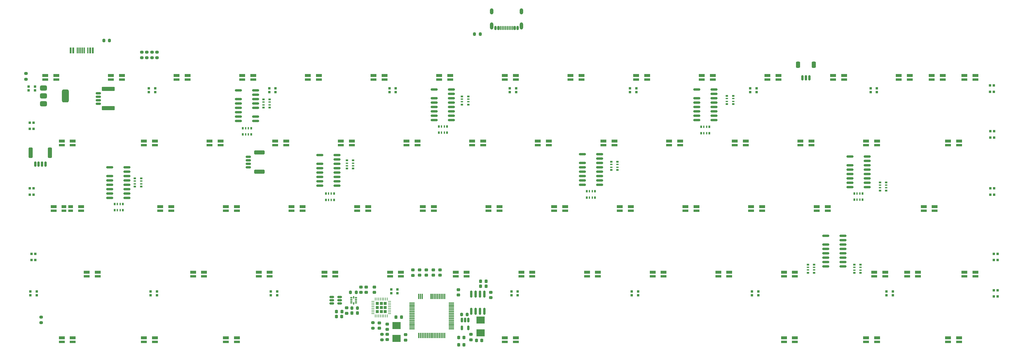
<source format=gbr>
%TF.GenerationSoftware,KiCad,Pcbnew,8.99.0-2230-g1cc11bc589*%
%TF.CreationDate,2024-09-07T17:33:40+07:00*%
%TF.ProjectId,Azimuth_PCB,417a696d-7574-4685-9f50-43422e6b6963,rev?*%
%TF.SameCoordinates,Original*%
%TF.FileFunction,Paste,Bot*%
%TF.FilePolarity,Positive*%
%FSLAX46Y46*%
G04 Gerber Fmt 4.6, Leading zero omitted, Abs format (unit mm)*
G04 Created by KiCad (PCBNEW 8.99.0-2230-g1cc11bc589) date 2024-09-07 17:33:40*
%MOMM*%
%LPD*%
G01*
G04 APERTURE LIST*
G04 Aperture macros list*
%AMRoundRect*
0 Rectangle with rounded corners*
0 $1 Rounding radius*
0 $2 $3 $4 $5 $6 $7 $8 $9 X,Y pos of 4 corners*
0 Add a 4 corners polygon primitive as box body*
4,1,4,$2,$3,$4,$5,$6,$7,$8,$9,$2,$3,0*
0 Add four circle primitives for the rounded corners*
1,1,$1+$1,$2,$3*
1,1,$1+$1,$4,$5*
1,1,$1+$1,$6,$7*
1,1,$1+$1,$8,$9*
0 Add four rect primitives between the rounded corners*
20,1,$1+$1,$2,$3,$4,$5,0*
20,1,$1+$1,$4,$5,$6,$7,0*
20,1,$1+$1,$6,$7,$8,$9,0*
20,1,$1+$1,$8,$9,$2,$3,0*%
G04 Aperture macros list end*
%ADD10R,1.800000X0.836000*%
%ADD11R,1.800000X0.764000*%
%ADD12R,1.400000X0.836000*%
%ADD13R,1.400000X0.764000*%
%ADD14RoundRect,0.150000X-0.850000X-0.150000X0.850000X-0.150000X0.850000X0.150000X-0.850000X0.150000X0*%
%ADD15RoundRect,0.200000X0.275000X-0.200000X0.275000X0.200000X-0.275000X0.200000X-0.275000X-0.200000X0*%
%ADD16RoundRect,0.200000X-0.200000X-0.275000X0.200000X-0.275000X0.200000X0.275000X-0.200000X0.275000X0*%
%ADD17RoundRect,0.250000X-0.350000X-0.650000X0.350000X-0.650000X0.350000X0.650000X-0.350000X0.650000X0*%
%ADD18RoundRect,0.150000X-0.150000X-0.625000X0.150000X-0.625000X0.150000X0.625000X-0.150000X0.625000X0*%
%ADD19RoundRect,0.150000X0.512500X0.150000X-0.512500X0.150000X-0.512500X-0.150000X0.512500X-0.150000X0*%
%ADD20RoundRect,0.200000X0.200000X0.275000X-0.200000X0.275000X-0.200000X-0.275000X0.200000X-0.275000X0*%
%ADD21RoundRect,0.225000X0.250000X-0.225000X0.250000X0.225000X-0.250000X0.225000X-0.250000X-0.225000X0*%
%ADD22R,0.700000X0.700000*%
%ADD23RoundRect,0.225000X-0.250000X0.225000X-0.250000X-0.225000X0.250000X-0.225000X0.250000X0.225000X0*%
%ADD24R,0.500000X0.800000*%
%ADD25R,0.400000X0.800000*%
%ADD26RoundRect,0.225000X0.225000X0.250000X-0.225000X0.250000X-0.225000X-0.250000X0.225000X-0.250000X0*%
%ADD27R,0.800000X0.500000*%
%ADD28R,0.800000X0.400000*%
%ADD29RoundRect,0.150000X-0.150000X-0.425000X0.150000X-0.425000X0.150000X0.425000X-0.150000X0.425000X0*%
%ADD30RoundRect,0.075000X-0.075000X-0.500000X0.075000X-0.500000X0.075000X0.500000X-0.075000X0.500000X0*%
%ADD31O,1.000000X1.800000*%
%ADD32O,1.000000X2.100000*%
%ADD33RoundRect,0.007500X0.267500X0.117500X-0.267500X0.117500X-0.267500X-0.117500X0.267500X-0.117500X0*%
%ADD34RoundRect,0.006000X0.269000X0.094000X-0.269000X0.094000X-0.269000X-0.094000X0.269000X-0.094000X0*%
%ADD35RoundRect,0.012000X0.138000X-0.288000X0.138000X0.288000X-0.138000X0.288000X-0.138000X-0.288000X0*%
%ADD36RoundRect,0.232500X-0.232500X-0.232500X0.232500X-0.232500X0.232500X0.232500X-0.232500X0.232500X0*%
%ADD37RoundRect,0.062500X-0.375000X-0.062500X0.375000X-0.062500X0.375000X0.062500X-0.375000X0.062500X0*%
%ADD38RoundRect,0.062500X-0.062500X-0.375000X0.062500X-0.375000X0.062500X0.375000X-0.062500X0.375000X0*%
%ADD39R,2.400000X2.000000*%
%ADD40RoundRect,0.375000X-0.625000X-0.375000X0.625000X-0.375000X0.625000X0.375000X-0.625000X0.375000X0*%
%ADD41RoundRect,0.500000X-0.500000X-1.400000X0.500000X-1.400000X0.500000X1.400000X-0.500000X1.400000X0*%
%ADD42R,0.600000X1.760000*%
%ADD43R,0.300000X1.760000*%
%ADD44R,0.600000X1.450000*%
%ADD45RoundRect,0.150000X0.150000X-0.825000X0.150000X0.825000X-0.150000X0.825000X-0.150000X-0.825000X0*%
%ADD46RoundRect,0.200000X-0.275000X0.200000X-0.275000X-0.200000X0.275000X-0.200000X0.275000X0.200000X0*%
%ADD47RoundRect,0.250000X-0.350000X-1.250000X0.350000X-1.250000X0.350000X1.250000X-0.350000X1.250000X0*%
%ADD48RoundRect,0.225000X-0.225000X-0.250000X0.225000X-0.250000X0.225000X0.250000X-0.225000X0.250000X0*%
%ADD49RoundRect,0.150000X-0.625000X0.150000X-0.625000X-0.150000X0.625000X-0.150000X0.625000X0.150000X0*%
%ADD50RoundRect,0.250000X-1.637500X0.350000X-1.637500X-0.350000X1.637500X-0.350000X1.637500X0.350000X0*%
%ADD51RoundRect,0.150000X-0.150000X0.512500X-0.150000X-0.512500X0.150000X-0.512500X0.150000X0.512500X0*%
%ADD52RoundRect,0.250000X-1.250000X0.350000X-1.250000X-0.350000X1.250000X-0.350000X1.250000X0.350000X0*%
%ADD53RoundRect,0.075000X0.075000X-0.700000X0.075000X0.700000X-0.075000X0.700000X-0.075000X-0.700000X0*%
%ADD54RoundRect,0.075000X0.700000X-0.075000X0.700000X0.075000X-0.700000X0.075000X-0.700000X-0.075000X0*%
G04 APERTURE END LIST*
D10*
%TO.C,SW13*%
X463532500Y-338218000D03*
X460332500Y-338218000D03*
D11*
X463532500Y-339418000D03*
X460332500Y-339418000D03*
%TD*%
D10*
%TO.C,SW5*%
X311132500Y-338218000D03*
X307932500Y-338218000D03*
D11*
X311132500Y-339418000D03*
X307932500Y-339418000D03*
%TD*%
D10*
%TO.C,SW32*%
X306370000Y-376318000D03*
X303170000Y-376318000D03*
D11*
X306370000Y-377518000D03*
X303170000Y-377518000D03*
%TD*%
D10*
%TO.C,SW16*%
X263507500Y-357268000D03*
X260307500Y-357268000D03*
D11*
X263507500Y-358468000D03*
X260307500Y-358468000D03*
%TD*%
D10*
%TO.C,SW37*%
X401620000Y-376318000D03*
X398420000Y-376318000D03*
D11*
X401620000Y-377518000D03*
X398420000Y-377518000D03*
%TD*%
D10*
%TO.C,SW49*%
X373045000Y-395368000D03*
X369845000Y-395368000D03*
D11*
X373045000Y-396568000D03*
X369845000Y-396568000D03*
%TD*%
D10*
%TO.C,SW62*%
X496870500Y-414418000D03*
X493670500Y-414418000D03*
D11*
X496870500Y-415618000D03*
X493670500Y-415618000D03*
%TD*%
D10*
%TO.C,SW38*%
X420670000Y-376318000D03*
X417470000Y-376318000D03*
D11*
X420670000Y-377518000D03*
X417470000Y-377518000D03*
%TD*%
D10*
%TO.C,SW15*%
X239695500Y-357268000D03*
X236495500Y-357268000D03*
D11*
X239695500Y-358468000D03*
X236495500Y-358468000D03*
%TD*%
D10*
%TO.C,SW60*%
X449245500Y-414418000D03*
X446045500Y-414418000D03*
D11*
X449245500Y-415618000D03*
X446045500Y-415618000D03*
%TD*%
D10*
%TO.C,SW47*%
X334945000Y-395368000D03*
X331745000Y-395368000D03*
D11*
X334945000Y-396568000D03*
X331745000Y-396568000D03*
%TD*%
D10*
%TO.C,SW54*%
X475439000Y-395368000D03*
X472239000Y-395368000D03*
D11*
X475439000Y-396568000D03*
X472239000Y-396568000D03*
%TD*%
D10*
%TO.C,SW29*%
X242076500Y-376318000D03*
D12*
X239076500Y-376318000D03*
D11*
X242076500Y-377518000D03*
D13*
X239076500Y-377518000D03*
%TD*%
D10*
%TO.C,SW40*%
X458770000Y-376318000D03*
X455570000Y-376318000D03*
D11*
X458770000Y-377518000D03*
X455570000Y-377518000D03*
%TD*%
D10*
%TO.C,SW25*%
X434957500Y-357268000D03*
X431757500Y-357268000D03*
D11*
X434957500Y-358468000D03*
X431757500Y-358468000D03*
%TD*%
D10*
%TO.C,SW20*%
X339707500Y-357268000D03*
X336507500Y-357268000D03*
D11*
X339707500Y-358468000D03*
X336507500Y-358468000D03*
%TD*%
D10*
%TO.C,SW53*%
X449245000Y-395368000D03*
X446045000Y-395368000D03*
D11*
X449245000Y-396568000D03*
X446045000Y-396568000D03*
%TD*%
D10*
%TO.C,SW2*%
X253982500Y-338218000D03*
X250782500Y-338218000D03*
D11*
X253982500Y-339418000D03*
X250782500Y-339418000D03*
%TD*%
D10*
%TO.C,SW36*%
X382570000Y-376318000D03*
X379370000Y-376318000D03*
D11*
X382570000Y-377518000D03*
X379370000Y-377518000D03*
%TD*%
D10*
%TO.C,SW9*%
X387332500Y-338218000D03*
X384132500Y-338218000D03*
D11*
X387332500Y-339418000D03*
X384132500Y-339418000D03*
%TD*%
D10*
%TO.C,SW6*%
X330182500Y-338218000D03*
X326982500Y-338218000D03*
D11*
X330182500Y-339418000D03*
X326982500Y-339418000D03*
%TD*%
D10*
%TO.C,SW17*%
X282557500Y-357268000D03*
X279357500Y-357268000D03*
D11*
X282557500Y-358468000D03*
X279357500Y-358468000D03*
%TD*%
D10*
%TO.C,SW28*%
X496870500Y-357268000D03*
X493670500Y-357268000D03*
D11*
X496870500Y-358468000D03*
X493670500Y-358468000D03*
%TD*%
D10*
%TO.C,SW2001*%
X484964000Y-395368000D03*
X481764000Y-395368000D03*
D11*
X484964000Y-396568000D03*
X481764000Y-396568000D03*
%TD*%
D10*
%TO.C,SW39*%
X439720000Y-376318000D03*
X436520000Y-376318000D03*
D11*
X439720000Y-377518000D03*
X436520000Y-377518000D03*
%TD*%
D10*
%TO.C,SW23*%
X396857500Y-357268000D03*
X393657500Y-357268000D03*
D11*
X396857500Y-358468000D03*
X393657500Y-358468000D03*
%TD*%
D10*
%TO.C,SW59*%
X368282500Y-414413000D03*
X365082500Y-414413000D03*
D11*
X368282500Y-415613000D03*
X365082500Y-415613000D03*
%TD*%
D10*
%TO.C,SW58*%
X287320500Y-414418000D03*
X284120500Y-414418000D03*
D11*
X287320500Y-415618000D03*
X284120500Y-415618000D03*
%TD*%
D10*
%TO.C,SW61*%
X473057500Y-414418000D03*
X469857500Y-414418000D03*
D11*
X473057500Y-415618000D03*
X469857500Y-415618000D03*
%TD*%
D10*
%TO.C,SW12*%
X444482500Y-338218000D03*
X441282500Y-338218000D03*
D11*
X444482500Y-339418000D03*
X441282500Y-339418000D03*
%TD*%
D10*
%TO.C,SW34*%
X344470000Y-376318000D03*
X341270000Y-376318000D03*
D11*
X344470000Y-377518000D03*
X341270000Y-377518000D03*
%TD*%
D10*
%TO.C,SW21*%
X358757500Y-357268000D03*
X355557500Y-357268000D03*
D11*
X358757500Y-358468000D03*
X355557500Y-358468000D03*
%TD*%
D10*
%TO.C,SW2000*%
X492107500Y-338218000D03*
X488907500Y-338218000D03*
D11*
X492107500Y-339418000D03*
X488907500Y-339418000D03*
%TD*%
D10*
%TO.C,SW18*%
X301607500Y-357268000D03*
X298407500Y-357268000D03*
D11*
X301607500Y-358468000D03*
X298407500Y-358468000D03*
%TD*%
D10*
%TO.C,SW27*%
X473057500Y-357268000D03*
X469857500Y-357268000D03*
D11*
X473057500Y-358468000D03*
X469857500Y-358468000D03*
%TD*%
D10*
%TO.C,SW10*%
X406382500Y-338218000D03*
X403182500Y-338218000D03*
D11*
X406382500Y-339418000D03*
X403182500Y-339418000D03*
%TD*%
D10*
%TO.C,SW51*%
X411145000Y-395368000D03*
X407945000Y-395368000D03*
D11*
X411145000Y-396568000D03*
X407945000Y-396568000D03*
%TD*%
D12*
%TO.C,SW2002*%
X237113500Y-376318000D03*
D10*
X234113500Y-376318000D03*
D13*
X237113500Y-377518000D03*
D11*
X234113500Y-377518000D03*
%TD*%
D10*
%TO.C,SW19*%
X320657500Y-357268000D03*
X317457500Y-357268000D03*
D11*
X320657500Y-358468000D03*
X317457500Y-358468000D03*
%TD*%
D10*
%TO.C,SW48*%
X353995000Y-395368000D03*
X350795000Y-395368000D03*
D11*
X353995000Y-396568000D03*
X350795000Y-396568000D03*
%TD*%
D10*
%TO.C,SW35*%
X363520000Y-376318000D03*
X360320000Y-376318000D03*
D11*
X363520000Y-377518000D03*
X360320000Y-377518000D03*
%TD*%
D10*
%TO.C,SW22*%
X377807500Y-357268000D03*
X374607500Y-357268000D03*
D11*
X377807500Y-358468000D03*
X374607500Y-358468000D03*
%TD*%
D10*
%TO.C,SW41*%
X489800600Y-376318000D03*
X486600600Y-376318000D03*
D11*
X489800600Y-377518000D03*
X486600600Y-377518000D03*
%TD*%
D10*
%TO.C,SW14*%
X482582500Y-338218000D03*
X479382500Y-338218000D03*
D11*
X482582500Y-339418000D03*
X479382500Y-339418000D03*
%TD*%
D10*
%TO.C,SW52*%
X430195000Y-395368000D03*
X426995000Y-395368000D03*
D11*
X430195000Y-396568000D03*
X426995000Y-396568000D03*
%TD*%
D10*
%TO.C,SW44*%
X277795000Y-395368000D03*
X274595000Y-395368000D03*
D11*
X277795000Y-396568000D03*
X274595000Y-396568000D03*
%TD*%
D10*
%TO.C,SW31*%
X287320000Y-376318000D03*
X284120000Y-376318000D03*
D11*
X287320000Y-377518000D03*
X284120000Y-377518000D03*
%TD*%
D10*
%TO.C,SW24*%
X415907500Y-357268000D03*
X412707500Y-357268000D03*
D11*
X415907500Y-358468000D03*
X412707500Y-358468000D03*
%TD*%
D10*
%TO.C,SW50*%
X392095000Y-395368000D03*
X388895000Y-395368000D03*
D11*
X392095000Y-396568000D03*
X388895000Y-396568000D03*
%TD*%
D10*
%TO.C,SW43*%
X246913100Y-395368000D03*
X243713100Y-395368000D03*
D11*
X246913100Y-396568000D03*
X243713100Y-396568000D03*
%TD*%
D10*
%TO.C,SW42*%
X501632500Y-338218000D03*
X498432500Y-338218000D03*
D11*
X501632500Y-339418000D03*
X498432500Y-339418000D03*
%TD*%
D10*
%TO.C,SW33*%
X325420000Y-376318000D03*
X322220000Y-376318000D03*
D11*
X325420000Y-377518000D03*
X322220000Y-377518000D03*
%TD*%
D10*
%TO.C,SW56*%
X239695500Y-414418000D03*
X236495500Y-414418000D03*
D11*
X239695500Y-415618000D03*
X236495500Y-415618000D03*
%TD*%
D10*
%TO.C,SW11*%
X425432500Y-338218000D03*
X422232500Y-338218000D03*
D11*
X425432500Y-339418000D03*
X422232500Y-339418000D03*
%TD*%
D10*
%TO.C,SW8*%
X368282500Y-338218000D03*
X365082500Y-338218000D03*
D11*
X368282500Y-339418000D03*
X365082500Y-339418000D03*
%TD*%
D10*
%TO.C,SW26*%
X454007500Y-357268000D03*
X450807500Y-357268000D03*
D11*
X454007500Y-358468000D03*
X450807500Y-358468000D03*
%TD*%
D10*
%TO.C,SW4*%
X292082500Y-338218000D03*
X288882500Y-338218000D03*
D11*
X292082500Y-339418000D03*
X288882500Y-339418000D03*
%TD*%
D10*
%TO.C,SW3*%
X273032500Y-338218000D03*
X269832500Y-338218000D03*
D11*
X273032500Y-339418000D03*
X269832500Y-339418000D03*
%TD*%
D10*
%TO.C,SW57*%
X263507500Y-414418000D03*
X260307500Y-414418000D03*
D11*
X263507500Y-415618000D03*
X260307500Y-415618000D03*
%TD*%
D10*
%TO.C,SW30*%
X268270000Y-376318000D03*
X265070000Y-376318000D03*
D11*
X268270000Y-377518000D03*
X265070000Y-377518000D03*
%TD*%
D10*
%TO.C,SW45*%
X296845000Y-395368000D03*
X293645000Y-395368000D03*
D11*
X296845000Y-396568000D03*
X293645000Y-396568000D03*
%TD*%
D10*
%TO.C,SW55*%
X501632500Y-395368000D03*
X498432500Y-395368000D03*
D11*
X501632500Y-396568000D03*
X498432500Y-396568000D03*
%TD*%
D10*
%TO.C,SW7*%
X349232500Y-338218000D03*
X346032500Y-338218000D03*
D11*
X349232500Y-339418000D03*
X346032500Y-339418000D03*
%TD*%
D10*
%TO.C,SW46*%
X315895000Y-395368000D03*
X312695000Y-395368000D03*
D11*
X315895000Y-396568000D03*
X312695000Y-396568000D03*
%TD*%
D10*
%TO.C,SW1*%
X234932500Y-338218000D03*
X231732500Y-338218000D03*
D11*
X234932500Y-339418000D03*
X231732500Y-339418000D03*
%TD*%
D14*
%TO.C,U9*%
X287730000Y-351445000D03*
X287730000Y-350175000D03*
X287730000Y-348905000D03*
X287730000Y-347635000D03*
X287730000Y-346365000D03*
X287730000Y-345095000D03*
X287730000Y-342555000D03*
X292730000Y-342555000D03*
X292730000Y-343825000D03*
X292730000Y-345095000D03*
X292730000Y-346365000D03*
X292730000Y-347635000D03*
X292730000Y-350175000D03*
X292730000Y-351445000D03*
%TD*%
D15*
%TO.C,R16*%
X264110000Y-333070000D03*
X264110000Y-331420000D03*
%TD*%
D16*
%TO.C,R20*%
X248705000Y-328020000D03*
X250355000Y-328020000D03*
%TD*%
D17*
%TO.C,J3*%
X450150000Y-335035000D03*
D18*
X451450000Y-338910000D03*
D17*
X454750000Y-335035000D03*
D18*
X452450000Y-338910000D03*
X453450000Y-338910000D03*
%TD*%
D19*
%TO.C,U6*%
X317137500Y-402550000D03*
X317137500Y-403500000D03*
X317137500Y-404450000D03*
X314862500Y-404450000D03*
X314862500Y-403500000D03*
X314862500Y-402550000D03*
%TD*%
D20*
%TO.C,R2*%
X354150000Y-407600000D03*
X352500000Y-407600000D03*
%TD*%
D21*
%TO.C,C9*%
X346240000Y-396235000D03*
X346240000Y-394685000D03*
%TD*%
D22*
%TO.C,Drgb7*%
X473015000Y-341950000D03*
X473015000Y-343050000D03*
X471185000Y-343050000D03*
X471185000Y-341950000D03*
%TD*%
D15*
%TO.C,R17*%
X262650000Y-333070000D03*
X262650000Y-331420000D03*
%TD*%
D21*
%TO.C,C14*%
X342300000Y-396240000D03*
X342300000Y-394690000D03*
%TD*%
D20*
%TO.C,R3*%
X357910000Y-326220000D03*
X356260000Y-326220000D03*
%TD*%
D23*
%TO.C,C24*%
X328600000Y-410050000D03*
X328600000Y-411600000D03*
%TD*%
D22*
%TO.C,Drgb9*%
X507050000Y-356215000D03*
X505950000Y-356215000D03*
X505950000Y-354385000D03*
X507050000Y-354385000D03*
%TD*%
D23*
%TO.C,C1*%
X351550000Y-400440000D03*
X351550000Y-401990000D03*
%TD*%
D14*
%TO.C,U12*%
X387540000Y-369960000D03*
X387540000Y-368690000D03*
X387540000Y-367420000D03*
X387540000Y-366150000D03*
X387540000Y-364880000D03*
X387540000Y-363610000D03*
X387540000Y-361070000D03*
X392540000Y-361070000D03*
X392540000Y-362340000D03*
X392540000Y-363610000D03*
X392540000Y-364880000D03*
X392540000Y-366150000D03*
X392540000Y-367420000D03*
X392540000Y-368690000D03*
X392540000Y-369960000D03*
%TD*%
D24*
%TO.C,RN2*%
X254230000Y-377360000D03*
D25*
X253430000Y-377360000D03*
X252630000Y-377360000D03*
D24*
X251830000Y-377360000D03*
X251830000Y-375560000D03*
D25*
X252630000Y-375560000D03*
X253430000Y-375560000D03*
D24*
X254230000Y-375560000D03*
%TD*%
D16*
%TO.C,R5*%
X320675000Y-405750000D03*
X322325000Y-405750000D03*
%TD*%
D22*
%TO.C,Drgb20*%
X262285000Y-402050000D03*
X262285000Y-400950000D03*
X264115000Y-400950000D03*
X264115000Y-402050000D03*
%TD*%
D14*
%TO.C,U10*%
X311400000Y-370195000D03*
X311400000Y-368925000D03*
X311400000Y-367655000D03*
X311400000Y-366385000D03*
X311400000Y-365115000D03*
X311400000Y-363845000D03*
X311400000Y-361305000D03*
X316400000Y-361305000D03*
X316400000Y-362575000D03*
X316400000Y-363845000D03*
X316400000Y-365115000D03*
X316400000Y-366385000D03*
X316400000Y-367655000D03*
X316400000Y-368925000D03*
X316400000Y-370195000D03*
%TD*%
D15*
%TO.C,R19*%
X259720000Y-333070000D03*
X259720000Y-331420000D03*
%TD*%
D22*
%TO.C,Drgb2*%
X298515000Y-341950000D03*
X298515000Y-343050000D03*
X296685000Y-343050000D03*
X296685000Y-341950000D03*
%TD*%
D26*
%TO.C,C19*%
X322275000Y-407250000D03*
X320725000Y-407250000D03*
%TD*%
D22*
%TO.C,Drgb24*%
X227250000Y-351885000D03*
X228350000Y-351885000D03*
X228350000Y-353715000D03*
X227250000Y-353715000D03*
%TD*%
D27*
%TO.C,RN10*%
X397760000Y-363260000D03*
D28*
X397760000Y-364060000D03*
X397760000Y-364860000D03*
D27*
X397760000Y-365660000D03*
X395960000Y-365660000D03*
D28*
X395960000Y-364860000D03*
X395960000Y-364060000D03*
D27*
X395960000Y-363260000D03*
%TD*%
D26*
%TO.C,C4*%
X358350000Y-415200000D03*
X356800000Y-415200000D03*
%TD*%
D29*
%TO.C,J4*%
X362360000Y-324375000D03*
X363160000Y-324375000D03*
D30*
X364310000Y-324375000D03*
X365310000Y-324375000D03*
X365810000Y-324375000D03*
X366810000Y-324375000D03*
D29*
X367960000Y-324375000D03*
X368760000Y-324375000D03*
X368760000Y-324375000D03*
X367960000Y-324375000D03*
D30*
X367310000Y-324375000D03*
X366310000Y-324375000D03*
X364810000Y-324375000D03*
X363810000Y-324375000D03*
D29*
X363160000Y-324375000D03*
X362360000Y-324375000D03*
D31*
X361240000Y-319620000D03*
D32*
X361240000Y-323800000D03*
D31*
X369880000Y-319620000D03*
D32*
X369880000Y-323800000D03*
%TD*%
D21*
%TO.C,C3*%
X355200000Y-414975000D03*
X355200000Y-413425000D03*
%TD*%
%TO.C,C16*%
X361000000Y-402760000D03*
X361000000Y-401210000D03*
%TD*%
D33*
%TO.C,U5*%
X321850000Y-402750000D03*
D34*
X321850000Y-403250000D03*
X321850000Y-403750000D03*
D33*
X321850000Y-404250000D03*
D35*
X321175000Y-404400000D03*
D33*
X320500000Y-404250000D03*
D34*
X320500000Y-403750000D03*
X320500000Y-403250000D03*
D33*
X320500000Y-402750000D03*
D35*
X321175000Y-402600000D03*
%TD*%
D27*
%TO.C,RN7*%
X354430000Y-344260000D03*
D28*
X354430000Y-345060000D03*
X354430000Y-345860000D03*
D27*
X354430000Y-346660000D03*
X352630000Y-346660000D03*
D28*
X352630000Y-345860000D03*
X352630000Y-345060000D03*
D27*
X352630000Y-344260000D03*
%TD*%
D23*
%TO.C,C23*%
X336300000Y-413500000D03*
X336300000Y-415050000D03*
%TD*%
D21*
%TO.C,C20*%
X330900000Y-411950000D03*
X330900000Y-410400000D03*
%TD*%
D27*
%TO.C,RN1*%
X259530000Y-368090000D03*
D28*
X259530000Y-368890000D03*
X259530000Y-369690000D03*
D27*
X259530000Y-370490000D03*
X257730000Y-370490000D03*
D28*
X257730000Y-369690000D03*
X257730000Y-368890000D03*
D27*
X257730000Y-368090000D03*
%TD*%
D26*
%TO.C,C6*%
X353185000Y-416470000D03*
X351635000Y-416470000D03*
%TD*%
D36*
%TO.C,U7*%
X328050000Y-404450000D03*
X328050000Y-405600000D03*
X328050000Y-406750000D03*
X329200000Y-404450000D03*
X329200000Y-405600000D03*
X329200000Y-406750000D03*
X330350000Y-404450000D03*
X330350000Y-405600000D03*
X330350000Y-406750000D03*
D37*
X326762500Y-407350000D03*
X326762500Y-406850000D03*
X326762500Y-406350000D03*
X326762500Y-405850000D03*
X326762500Y-405350000D03*
X326762500Y-404850000D03*
X326762500Y-404350000D03*
X326762500Y-403850000D03*
D38*
X327450000Y-403162500D03*
X327950000Y-403162500D03*
X328450000Y-403162500D03*
X328950000Y-403162500D03*
X329450000Y-403162500D03*
X329950000Y-403162500D03*
X330450000Y-403162500D03*
X330950000Y-403162500D03*
D37*
X331637500Y-403850000D03*
X331637500Y-404350000D03*
X331637500Y-404850000D03*
X331637500Y-405350000D03*
X331637500Y-405850000D03*
X331637500Y-406350000D03*
X331637500Y-406850000D03*
X331637500Y-407350000D03*
D38*
X330950000Y-408037500D03*
X330450000Y-408037500D03*
X329950000Y-408037500D03*
X329450000Y-408037500D03*
X328950000Y-408037500D03*
X328450000Y-408037500D03*
X327950000Y-408037500D03*
X327450000Y-408037500D03*
%TD*%
D39*
%TO.C,Y3*%
X333600000Y-414550000D03*
X333600000Y-410850000D03*
%TD*%
D26*
%TO.C,C25*%
X359590000Y-397960000D03*
X358040000Y-397960000D03*
%TD*%
%TO.C,C11*%
X317760000Y-408240000D03*
X316210000Y-408240000D03*
%TD*%
D22*
%TO.C,Drgb22*%
X227750000Y-389985000D03*
X228850000Y-389985000D03*
X228850000Y-391815000D03*
X227750000Y-391815000D03*
%TD*%
%TO.C,Drgb8*%
X505830000Y-341095000D03*
X506930000Y-341095000D03*
X506930000Y-342925000D03*
X505830000Y-342925000D03*
%TD*%
%TO.C,Drgb16*%
X228715000Y-341450000D03*
X228715000Y-342550000D03*
X226885000Y-342550000D03*
X226885000Y-341450000D03*
%TD*%
D15*
%TO.C,R1*%
X230500000Y-410025000D03*
X230500000Y-408375000D03*
%TD*%
D22*
%TO.C,Drgb12*%
X508050000Y-402415000D03*
X506950000Y-402415000D03*
X506950000Y-400585000D03*
X508050000Y-400585000D03*
%TD*%
D27*
%TO.C,RN16*%
X468270000Y-393130000D03*
D28*
X468270000Y-393930000D03*
X468270000Y-394730000D03*
D27*
X468270000Y-395530000D03*
X466470000Y-395530000D03*
D28*
X466470000Y-394730000D03*
X466470000Y-393930000D03*
D27*
X466470000Y-393130000D03*
%TD*%
D22*
%TO.C,Drgb17*%
X366985000Y-402050000D03*
X366985000Y-400950000D03*
X368815000Y-400950000D03*
X368815000Y-402050000D03*
%TD*%
D14*
%TO.C,U13*%
X458150000Y-393655000D03*
X458150000Y-392385000D03*
X458150000Y-391115000D03*
X458150000Y-389845000D03*
X458150000Y-388575000D03*
X458150000Y-387305000D03*
X458150000Y-384765000D03*
X463150000Y-384765000D03*
X463150000Y-386035000D03*
X463150000Y-387305000D03*
X463150000Y-388575000D03*
X463150000Y-389845000D03*
X463150000Y-391115000D03*
X463150000Y-392385000D03*
X463150000Y-393655000D03*
%TD*%
D22*
%TO.C,Drgb10*%
X507050000Y-372815000D03*
X505950000Y-372815000D03*
X505950000Y-370985000D03*
X507050000Y-370985000D03*
%TD*%
D40*
%TO.C,U4*%
X231220000Y-346460000D03*
X231220000Y-344160000D03*
D41*
X237520000Y-344160000D03*
D40*
X231220000Y-341860000D03*
%TD*%
D14*
%TO.C,U14*%
X420750000Y-351150000D03*
X420750000Y-349880000D03*
X420750000Y-348610000D03*
X420750000Y-347340000D03*
X420750000Y-346070000D03*
X420750000Y-344800000D03*
X420750000Y-342260000D03*
X425750000Y-342260000D03*
X425750000Y-343530000D03*
X425750000Y-344800000D03*
X425750000Y-346070000D03*
X425750000Y-347340000D03*
X425750000Y-348610000D03*
X425750000Y-349880000D03*
X425750000Y-351150000D03*
%TD*%
D42*
%TO.C,J4*%
X239040000Y-330890000D03*
X239840000Y-330890000D03*
D43*
X241040000Y-330890000D03*
X242040000Y-330890000D03*
X242540000Y-330890000D03*
D44*
X244740000Y-330735000D03*
X245540000Y-330735000D03*
D42*
X245540000Y-330890000D03*
X244740000Y-330890000D03*
D43*
X244040000Y-330890000D03*
X243040000Y-330890000D03*
X241540000Y-330890000D03*
D44*
X239840000Y-330735000D03*
X239040000Y-330735000D03*
%TD*%
D24*
%TO.C,RN8*%
X348300000Y-354820000D03*
D25*
X347500000Y-354820000D03*
X346700000Y-354820000D03*
D24*
X345900000Y-354820000D03*
X345900000Y-353020000D03*
D25*
X346700000Y-353020000D03*
X347500000Y-353020000D03*
D24*
X348300000Y-353020000D03*
%TD*%
D21*
%TO.C,C18*%
X319200000Y-407275000D03*
X319200000Y-405725000D03*
%TD*%
D22*
%TO.C,Drgb21*%
X227385000Y-402050000D03*
X227385000Y-400950000D03*
X229215000Y-400950000D03*
X229215000Y-402050000D03*
%TD*%
%TO.C,Drgb15*%
X401885000Y-402050000D03*
X401885000Y-400950000D03*
X403715000Y-400950000D03*
X403715000Y-402050000D03*
%TD*%
D39*
%TO.C,Y1*%
X358025000Y-412950000D03*
X358025000Y-409250000D03*
%TD*%
D22*
%TO.C,Drgb18*%
X332085000Y-401450000D03*
X332085000Y-400350000D03*
X333915000Y-400350000D03*
X333915000Y-401450000D03*
%TD*%
D14*
%TO.C,U11*%
X344590000Y-351175000D03*
X344590000Y-349905000D03*
X344590000Y-348635000D03*
X344590000Y-347365000D03*
X344590000Y-346095000D03*
X344590000Y-344825000D03*
X344590000Y-342285000D03*
X349590000Y-342285000D03*
X349590000Y-343555000D03*
X349590000Y-344825000D03*
X349590000Y-346095000D03*
X349590000Y-347365000D03*
X349590000Y-348635000D03*
X349590000Y-349905000D03*
X349590000Y-351175000D03*
%TD*%
D22*
%TO.C,Drgb14*%
X436785000Y-402050000D03*
X436785000Y-400950000D03*
X438615000Y-400950000D03*
X438615000Y-402050000D03*
%TD*%
D14*
%TO.C,U15*%
X465200000Y-370615000D03*
X465200000Y-369345000D03*
X465200000Y-368075000D03*
X465200000Y-366805000D03*
X465200000Y-365535000D03*
X465200000Y-364265000D03*
X465200000Y-361725000D03*
X470200000Y-361725000D03*
X470200000Y-362995000D03*
X470200000Y-364265000D03*
X470200000Y-365535000D03*
X470200000Y-366805000D03*
X470200000Y-368075000D03*
X470200000Y-369345000D03*
X470200000Y-370615000D03*
%TD*%
D21*
%TO.C,C17*%
X340340000Y-396240000D03*
X340340000Y-394690000D03*
%TD*%
%TO.C,C13*%
X338380000Y-396245000D03*
X338380000Y-394695000D03*
%TD*%
D14*
%TO.C,U3*%
X250400000Y-373740000D03*
X250400000Y-372470000D03*
X250400000Y-371200000D03*
X250400000Y-369930000D03*
X250400000Y-368660000D03*
X250400000Y-367390000D03*
X250400000Y-364850000D03*
X255400000Y-364850000D03*
X255400000Y-366120000D03*
X255400000Y-367390000D03*
X255400000Y-368660000D03*
X255400000Y-369930000D03*
X255400000Y-371200000D03*
X255400000Y-372470000D03*
X255400000Y-373740000D03*
%TD*%
D22*
%TO.C,Drgb13*%
X475785000Y-402050000D03*
X475785000Y-400950000D03*
X477615000Y-400950000D03*
X477615000Y-402050000D03*
%TD*%
D27*
%TO.C,RN4*%
X296840000Y-345120000D03*
D28*
X296840000Y-345920000D03*
X296840000Y-346720000D03*
D27*
X296840000Y-347520000D03*
X295040000Y-347520000D03*
D28*
X295040000Y-346720000D03*
X295040000Y-345920000D03*
D27*
X295040000Y-345120000D03*
%TD*%
D21*
%TO.C,C10*%
X344270000Y-396240000D03*
X344270000Y-394690000D03*
%TD*%
D22*
%TO.C,Drgb19*%
X297185000Y-402050000D03*
X297185000Y-400950000D03*
X299015000Y-400950000D03*
X299015000Y-402050000D03*
%TD*%
D24*
%TO.C,RN14*%
X468870000Y-374260000D03*
D25*
X468070000Y-374260000D03*
X467270000Y-374260000D03*
D24*
X466470000Y-374260000D03*
X466470000Y-372460000D03*
D25*
X467270000Y-372460000D03*
X468070000Y-372460000D03*
D24*
X468870000Y-372460000D03*
%TD*%
D45*
%TO.C,U8*%
X359105000Y-406675000D03*
X357835000Y-406675000D03*
X356565000Y-406675000D03*
X355295000Y-406675000D03*
X355295000Y-401725000D03*
X356565000Y-401725000D03*
X357835000Y-401725000D03*
X359105000Y-401725000D03*
%TD*%
D46*
%TO.C,R15*%
X226120000Y-337625000D03*
X226120000Y-339275000D03*
%TD*%
D27*
%TO.C,RN13*%
X475730000Y-369240000D03*
D28*
X475730000Y-370040000D03*
X475730000Y-370840000D03*
D27*
X475730000Y-371640000D03*
X473930000Y-371640000D03*
D28*
X473930000Y-370840000D03*
X473930000Y-370040000D03*
D27*
X473930000Y-369240000D03*
%TD*%
%TO.C,RN15*%
X452980000Y-395520000D03*
D28*
X452980000Y-394720000D03*
X452980000Y-393920000D03*
D27*
X452980000Y-393120000D03*
X454780000Y-393120000D03*
D28*
X454780000Y-393920000D03*
X454780000Y-394720000D03*
D27*
X454780000Y-395520000D03*
%TD*%
%TO.C,RN12*%
X431310000Y-344100000D03*
D28*
X431310000Y-344900000D03*
X431310000Y-345700000D03*
D27*
X431310000Y-346500000D03*
X429510000Y-346500000D03*
D28*
X429510000Y-345700000D03*
X429510000Y-344900000D03*
D27*
X429510000Y-344100000D03*
%TD*%
%TO.C,RN5*%
X321020000Y-362850000D03*
D28*
X321020000Y-363650000D03*
X321020000Y-364450000D03*
D27*
X321020000Y-365250000D03*
X319220000Y-365250000D03*
D28*
X319220000Y-364450000D03*
X319220000Y-363650000D03*
D27*
X319220000Y-362850000D03*
%TD*%
D18*
%TO.C,J5*%
X228780000Y-363940000D03*
X229780000Y-363940000D03*
X230780000Y-363940000D03*
D47*
X227480000Y-360665000D03*
D18*
X231780000Y-363940000D03*
D47*
X233080000Y-360665000D03*
%TD*%
D22*
%TO.C,Drgb6*%
X438115000Y-341950000D03*
X438115000Y-343050000D03*
X436285000Y-343050000D03*
X436285000Y-341950000D03*
%TD*%
D15*
%TO.C,R18*%
X261180000Y-333070000D03*
X261180000Y-331420000D03*
%TD*%
D22*
%TO.C,Drgb11*%
X508050000Y-391815000D03*
X506950000Y-391815000D03*
X506950000Y-389985000D03*
X508050000Y-389985000D03*
%TD*%
D23*
%TO.C,C21*%
X330900000Y-413400000D03*
X330900000Y-414950000D03*
%TD*%
D46*
%TO.C,R6*%
X329400000Y-413350000D03*
X329400000Y-415000000D03*
%TD*%
D24*
%TO.C,RN11*%
X424430000Y-354930000D03*
D25*
X423630000Y-354930000D03*
X422830000Y-354930000D03*
D24*
X422030000Y-354930000D03*
X422030000Y-353130000D03*
D25*
X422830000Y-353130000D03*
X423630000Y-353130000D03*
D24*
X424430000Y-353130000D03*
%TD*%
D23*
%TO.C,C7*%
X323305000Y-399675000D03*
X323305000Y-401225000D03*
%TD*%
D21*
%TO.C,C2*%
X327220000Y-401200000D03*
X327220000Y-399650000D03*
%TD*%
D22*
%TO.C,Drgb5*%
X403215000Y-341950000D03*
X403215000Y-343050000D03*
X401385000Y-343050000D03*
X401385000Y-341950000D03*
%TD*%
D24*
%TO.C,RN3*%
X291440000Y-355300000D03*
D25*
X290640000Y-355300000D03*
X289840000Y-355300000D03*
D24*
X289040000Y-355300000D03*
X289040000Y-353500000D03*
D25*
X289840000Y-353500000D03*
X290640000Y-353500000D03*
D24*
X291440000Y-353500000D03*
%TD*%
D23*
%TO.C,C8*%
X324790000Y-399670000D03*
X324790000Y-401220000D03*
%TD*%
D48*
%TO.C,C5*%
X351630000Y-414360000D03*
X353180000Y-414360000D03*
%TD*%
%TO.C,C15*%
X358050000Y-399420000D03*
X359600000Y-399420000D03*
%TD*%
D22*
%TO.C,Drgb3*%
X333415000Y-341950000D03*
X333415000Y-343050000D03*
X331585000Y-343050000D03*
X331585000Y-341950000D03*
%TD*%
D48*
%TO.C,C22*%
X333500000Y-408400000D03*
X335050000Y-408400000D03*
%TD*%
D22*
%TO.C,Drgb23*%
X227250000Y-370985000D03*
X228350000Y-370985000D03*
X228350000Y-372815000D03*
X227250000Y-372815000D03*
%TD*%
D49*
%TO.C,J1*%
X247120000Y-343400000D03*
X247120000Y-344400000D03*
X247120000Y-345400000D03*
D50*
X250007500Y-342100000D03*
D49*
X247120000Y-346400000D03*
D50*
X250007500Y-347700000D03*
%TD*%
D22*
%TO.C,Drgb1*%
X263615000Y-341950000D03*
X263615000Y-343050000D03*
X261785000Y-343050000D03*
X261785000Y-341950000D03*
%TD*%
%TO.C,Drgb4*%
X368315000Y-341950000D03*
X368315000Y-343050000D03*
X366485000Y-343050000D03*
X366485000Y-341950000D03*
%TD*%
D51*
%TO.C,U2*%
X352600000Y-409263500D03*
X353550000Y-409263500D03*
X354500000Y-409263500D03*
X354500000Y-411538500D03*
X352600000Y-411538500D03*
%TD*%
D26*
%TO.C,C12*%
X317765000Y-406760000D03*
X316215000Y-406760000D03*
%TD*%
D16*
%TO.C,R4*%
X320275000Y-401200000D03*
X321925000Y-401200000D03*
%TD*%
D49*
%TO.C,J6*%
X290610000Y-361850000D03*
X290610000Y-362850000D03*
X290610000Y-363850000D03*
D52*
X293885000Y-360550000D03*
D49*
X290610000Y-364850000D03*
D52*
X293885000Y-366150000D03*
%TD*%
D24*
%TO.C,RN6*%
X315510000Y-374320000D03*
D25*
X314710000Y-374320000D03*
X313910000Y-374320000D03*
D24*
X313110000Y-374320000D03*
X313110000Y-372520000D03*
D25*
X313910000Y-372520000D03*
X314710000Y-372520000D03*
D24*
X315510000Y-372520000D03*
%TD*%
D53*
%TO.C,U1*%
X347587500Y-413725000D03*
X347087500Y-413725000D03*
X346587500Y-413725000D03*
X346087500Y-413725000D03*
X345587500Y-413725000D03*
X345087500Y-413725000D03*
X344587500Y-413725000D03*
X344087500Y-413725000D03*
X343587500Y-413725000D03*
X343087500Y-413725000D03*
X342587500Y-413725000D03*
X342087500Y-413725000D03*
X341587500Y-413725000D03*
X341087500Y-413725000D03*
X340587500Y-413725000D03*
X340087500Y-413725000D03*
D54*
X338162500Y-411800000D03*
X338162500Y-411300000D03*
X338162500Y-410800000D03*
X338162500Y-410300000D03*
X338162500Y-409800000D03*
X338162500Y-409300000D03*
X338162500Y-408800000D03*
X338162500Y-408300000D03*
X338162500Y-407800000D03*
X338162500Y-407300000D03*
X338162500Y-406800000D03*
X338162500Y-406300000D03*
X338162500Y-405800000D03*
X338162500Y-405300000D03*
X338162500Y-404800000D03*
X338162500Y-404300000D03*
D53*
X340087500Y-402375000D03*
X340587500Y-402375000D03*
X341087500Y-402375000D03*
X343587500Y-402375000D03*
X344087500Y-402375000D03*
X344587500Y-402375000D03*
X345087500Y-402375000D03*
X345587500Y-402375000D03*
X346087500Y-402375000D03*
X346587500Y-402375000D03*
X347087500Y-402375000D03*
X347587500Y-402375000D03*
D54*
X349512500Y-404300000D03*
X349512500Y-404800000D03*
X349512500Y-405300000D03*
X349512500Y-405800000D03*
X349512500Y-406300000D03*
X349512500Y-406800000D03*
X349512500Y-407300000D03*
X349512500Y-407800000D03*
X349512500Y-408300000D03*
X349512500Y-408800000D03*
X349512500Y-409300000D03*
X349512500Y-409800000D03*
X349512500Y-410300000D03*
X349512500Y-410800000D03*
X349512500Y-411300000D03*
X349512500Y-411800000D03*
%TD*%
D46*
%TO.C,R7*%
X326800000Y-410000000D03*
X326800000Y-411650000D03*
%TD*%
D24*
%TO.C,RN9*%
X391230000Y-373660000D03*
D25*
X390430000Y-373660000D03*
X389630000Y-373660000D03*
D24*
X388830000Y-373660000D03*
X388830000Y-371860000D03*
D25*
X389630000Y-371860000D03*
X390430000Y-371860000D03*
D24*
X391230000Y-371860000D03*
%TD*%
M02*

</source>
